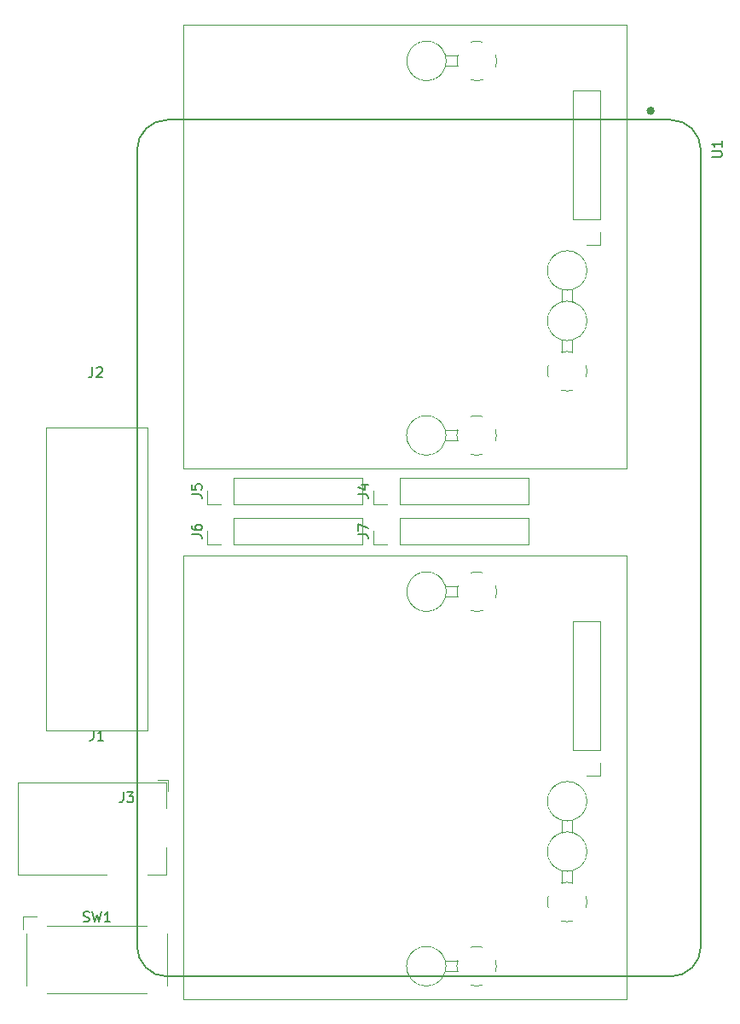
<source format=gbr>
%TF.GenerationSoftware,KiCad,Pcbnew,8.0.6-8.0.6-0~ubuntu24.04.1*%
%TF.CreationDate,2024-11-30T08:39:12+01:00*%
%TF.ProjectId,Rover,526f7665-722e-46b6-9963-61645f706362,rev?*%
%TF.SameCoordinates,Original*%
%TF.FileFunction,Legend,Top*%
%TF.FilePolarity,Positive*%
%FSLAX46Y46*%
G04 Gerber Fmt 4.6, Leading zero omitted, Abs format (unit mm)*
G04 Created by KiCad (PCBNEW 8.0.6-8.0.6-0~ubuntu24.04.1) date 2024-11-30 08:39:12*
%MOMM*%
%LPD*%
G01*
G04 APERTURE LIST*
%ADD10C,0.150000*%
%ADD11C,0.120000*%
%ADD12C,0.100000*%
%ADD13C,0.127000*%
%ADD14C,0.400000*%
G04 APERTURE END LIST*
D10*
X103132088Y-125396563D02*
X103132088Y-126110848D01*
X103132088Y-126110848D02*
X103084469Y-126253705D01*
X103084469Y-126253705D02*
X102989231Y-126348944D01*
X102989231Y-126348944D02*
X102846374Y-126396563D01*
X102846374Y-126396563D02*
X102751136Y-126396563D01*
X103513041Y-125396563D02*
X104132088Y-125396563D01*
X104132088Y-125396563D02*
X103798755Y-125777515D01*
X103798755Y-125777515D02*
X103941612Y-125777515D01*
X103941612Y-125777515D02*
X104036850Y-125825134D01*
X104036850Y-125825134D02*
X104084469Y-125872753D01*
X104084469Y-125872753D02*
X104132088Y-125967991D01*
X104132088Y-125967991D02*
X104132088Y-126206086D01*
X104132088Y-126206086D02*
X104084469Y-126301324D01*
X104084469Y-126301324D02*
X104036850Y-126348944D01*
X104036850Y-126348944D02*
X103941612Y-126396563D01*
X103941612Y-126396563D02*
X103655898Y-126396563D01*
X103655898Y-126396563D02*
X103560660Y-126348944D01*
X103560660Y-126348944D02*
X103513041Y-126301324D01*
X99166667Y-138207200D02*
X99309524Y-138254819D01*
X99309524Y-138254819D02*
X99547619Y-138254819D01*
X99547619Y-138254819D02*
X99642857Y-138207200D01*
X99642857Y-138207200D02*
X99690476Y-138159580D01*
X99690476Y-138159580D02*
X99738095Y-138064342D01*
X99738095Y-138064342D02*
X99738095Y-137969104D01*
X99738095Y-137969104D02*
X99690476Y-137873866D01*
X99690476Y-137873866D02*
X99642857Y-137826247D01*
X99642857Y-137826247D02*
X99547619Y-137778628D01*
X99547619Y-137778628D02*
X99357143Y-137731009D01*
X99357143Y-137731009D02*
X99261905Y-137683390D01*
X99261905Y-137683390D02*
X99214286Y-137635771D01*
X99214286Y-137635771D02*
X99166667Y-137540533D01*
X99166667Y-137540533D02*
X99166667Y-137445295D01*
X99166667Y-137445295D02*
X99214286Y-137350057D01*
X99214286Y-137350057D02*
X99261905Y-137302438D01*
X99261905Y-137302438D02*
X99357143Y-137254819D01*
X99357143Y-137254819D02*
X99595238Y-137254819D01*
X99595238Y-137254819D02*
X99738095Y-137302438D01*
X100071429Y-137254819D02*
X100309524Y-138254819D01*
X100309524Y-138254819D02*
X100500000Y-137540533D01*
X100500000Y-137540533D02*
X100690476Y-138254819D01*
X100690476Y-138254819D02*
X100928572Y-137254819D01*
X101833333Y-138254819D02*
X101261905Y-138254819D01*
X101547619Y-138254819D02*
X101547619Y-137254819D01*
X101547619Y-137254819D02*
X101452381Y-137397676D01*
X101452381Y-137397676D02*
X101357143Y-137492914D01*
X101357143Y-137492914D02*
X101261905Y-137540533D01*
X109924819Y-95833333D02*
X110639104Y-95833333D01*
X110639104Y-95833333D02*
X110781961Y-95880952D01*
X110781961Y-95880952D02*
X110877200Y-95976190D01*
X110877200Y-95976190D02*
X110924819Y-96119047D01*
X110924819Y-96119047D02*
X110924819Y-96214285D01*
X109924819Y-94880952D02*
X109924819Y-95357142D01*
X109924819Y-95357142D02*
X110401009Y-95404761D01*
X110401009Y-95404761D02*
X110353390Y-95357142D01*
X110353390Y-95357142D02*
X110305771Y-95261904D01*
X110305771Y-95261904D02*
X110305771Y-95023809D01*
X110305771Y-95023809D02*
X110353390Y-94928571D01*
X110353390Y-94928571D02*
X110401009Y-94880952D01*
X110401009Y-94880952D02*
X110496247Y-94833333D01*
X110496247Y-94833333D02*
X110734342Y-94833333D01*
X110734342Y-94833333D02*
X110829580Y-94880952D01*
X110829580Y-94880952D02*
X110877200Y-94928571D01*
X110877200Y-94928571D02*
X110924819Y-95023809D01*
X110924819Y-95023809D02*
X110924819Y-95261904D01*
X110924819Y-95261904D02*
X110877200Y-95357142D01*
X110877200Y-95357142D02*
X110829580Y-95404761D01*
X100166666Y-119263075D02*
X100166666Y-119977360D01*
X100166666Y-119977360D02*
X100119047Y-120120217D01*
X100119047Y-120120217D02*
X100023809Y-120215456D01*
X100023809Y-120215456D02*
X99880952Y-120263075D01*
X99880952Y-120263075D02*
X99785714Y-120263075D01*
X101166666Y-120263075D02*
X100595238Y-120263075D01*
X100880952Y-120263075D02*
X100880952Y-119263075D01*
X100880952Y-119263075D02*
X100785714Y-119405932D01*
X100785714Y-119405932D02*
X100690476Y-119501170D01*
X100690476Y-119501170D02*
X100595238Y-119548789D01*
X109924819Y-99833333D02*
X110639104Y-99833333D01*
X110639104Y-99833333D02*
X110781961Y-99880952D01*
X110781961Y-99880952D02*
X110877200Y-99976190D01*
X110877200Y-99976190D02*
X110924819Y-100119047D01*
X110924819Y-100119047D02*
X110924819Y-100214285D01*
X109924819Y-98928571D02*
X109924819Y-99119047D01*
X109924819Y-99119047D02*
X109972438Y-99214285D01*
X109972438Y-99214285D02*
X110020057Y-99261904D01*
X110020057Y-99261904D02*
X110162914Y-99357142D01*
X110162914Y-99357142D02*
X110353390Y-99404761D01*
X110353390Y-99404761D02*
X110734342Y-99404761D01*
X110734342Y-99404761D02*
X110829580Y-99357142D01*
X110829580Y-99357142D02*
X110877200Y-99309523D01*
X110877200Y-99309523D02*
X110924819Y-99214285D01*
X110924819Y-99214285D02*
X110924819Y-99023809D01*
X110924819Y-99023809D02*
X110877200Y-98928571D01*
X110877200Y-98928571D02*
X110829580Y-98880952D01*
X110829580Y-98880952D02*
X110734342Y-98833333D01*
X110734342Y-98833333D02*
X110496247Y-98833333D01*
X110496247Y-98833333D02*
X110401009Y-98880952D01*
X110401009Y-98880952D02*
X110353390Y-98928571D01*
X110353390Y-98928571D02*
X110305771Y-99023809D01*
X110305771Y-99023809D02*
X110305771Y-99214285D01*
X110305771Y-99214285D02*
X110353390Y-99309523D01*
X110353390Y-99309523D02*
X110401009Y-99357142D01*
X110401009Y-99357142D02*
X110496247Y-99404761D01*
X126464819Y-95833333D02*
X127179104Y-95833333D01*
X127179104Y-95833333D02*
X127321961Y-95880952D01*
X127321961Y-95880952D02*
X127417200Y-95976190D01*
X127417200Y-95976190D02*
X127464819Y-96119047D01*
X127464819Y-96119047D02*
X127464819Y-96214285D01*
X126798152Y-94928571D02*
X127464819Y-94928571D01*
X126417200Y-95166666D02*
X127131485Y-95404761D01*
X127131485Y-95404761D02*
X127131485Y-94785714D01*
X126464819Y-99833333D02*
X127179104Y-99833333D01*
X127179104Y-99833333D02*
X127321961Y-99880952D01*
X127321961Y-99880952D02*
X127417200Y-99976190D01*
X127417200Y-99976190D02*
X127464819Y-100119047D01*
X127464819Y-100119047D02*
X127464819Y-100214285D01*
X126464819Y-99452380D02*
X126464819Y-98785714D01*
X126464819Y-98785714D02*
X127464819Y-99214285D01*
X161589819Y-62376904D02*
X162399342Y-62376904D01*
X162399342Y-62376904D02*
X162494580Y-62329285D01*
X162494580Y-62329285D02*
X162542200Y-62281666D01*
X162542200Y-62281666D02*
X162589819Y-62186428D01*
X162589819Y-62186428D02*
X162589819Y-61995952D01*
X162589819Y-61995952D02*
X162542200Y-61900714D01*
X162542200Y-61900714D02*
X162494580Y-61853095D01*
X162494580Y-61853095D02*
X162399342Y-61805476D01*
X162399342Y-61805476D02*
X161589819Y-61805476D01*
X162589819Y-60805476D02*
X162589819Y-61376904D01*
X162589819Y-61091190D02*
X161589819Y-61091190D01*
X161589819Y-61091190D02*
X161732676Y-61186428D01*
X161732676Y-61186428D02*
X161827914Y-61281666D01*
X161827914Y-61281666D02*
X161875533Y-61376904D01*
X100066666Y-83234819D02*
X100066666Y-83949104D01*
X100066666Y-83949104D02*
X100019047Y-84091961D01*
X100019047Y-84091961D02*
X99923809Y-84187200D01*
X99923809Y-84187200D02*
X99780952Y-84234819D01*
X99780952Y-84234819D02*
X99685714Y-84234819D01*
X100495238Y-83330057D02*
X100542857Y-83282438D01*
X100542857Y-83282438D02*
X100638095Y-83234819D01*
X100638095Y-83234819D02*
X100876190Y-83234819D01*
X100876190Y-83234819D02*
X100971428Y-83282438D01*
X100971428Y-83282438D02*
X101019047Y-83330057D01*
X101019047Y-83330057D02*
X101066666Y-83425295D01*
X101066666Y-83425295D02*
X101066666Y-83520533D01*
X101066666Y-83520533D02*
X101019047Y-83663390D01*
X101019047Y-83663390D02*
X100447619Y-84234819D01*
X100447619Y-84234819D02*
X101066666Y-84234819D01*
D11*
%TO.C,J3*%
X107600000Y-125250000D02*
X107600000Y-124200000D01*
X107400000Y-133600000D02*
X105500000Y-133600000D01*
X107400000Y-130900000D02*
X107400000Y-133600000D01*
X107400000Y-124400000D02*
X107400000Y-127000000D01*
X106550000Y-124200000D02*
X107600000Y-124200000D01*
X101500000Y-133600000D02*
X92700000Y-133600000D01*
X92700000Y-133600000D02*
X92700000Y-124400000D01*
X92700000Y-124400000D02*
X107400000Y-124400000D01*
%TO.C,SW1*%
X93200000Y-137700000D02*
X94500000Y-137700000D01*
X93200000Y-139000000D02*
X93200000Y-137700000D01*
X93500000Y-144600000D02*
X93500000Y-139400000D01*
X95550000Y-138650000D02*
X105450000Y-138650000D01*
X105450000Y-145350000D02*
X95550000Y-145350000D01*
X107500000Y-139400000D02*
X107500000Y-144600000D01*
%TO.C,U3*%
X131734656Y-143907029D02*
X131734656Y-143907029D01*
X131762156Y-106748000D02*
X131762156Y-106748000D01*
X134707656Y-141411029D02*
X134707656Y-141411029D01*
X134735156Y-104252000D02*
X134735156Y-104252000D01*
X136341656Y-142159029D02*
X135056656Y-142159029D01*
X136341656Y-143159029D02*
X135056656Y-143159029D01*
X136369156Y-105000000D02*
X135084156Y-105000000D01*
X136369156Y-106000000D02*
X135084156Y-106000000D01*
X145966578Y-124802381D02*
X145966578Y-124802381D01*
X145966578Y-129802381D02*
X145966578Y-129802381D01*
X146714578Y-129453381D02*
X146714578Y-128124381D01*
X146714578Y-134409381D02*
X146714578Y-133124381D01*
X147714578Y-129453381D02*
X147714578Y-128124381D01*
X147714578Y-134409381D02*
X147714578Y-133124381D01*
X147794578Y-121197381D02*
X147794578Y-108437381D01*
X148462578Y-127775381D02*
X148462578Y-127775381D01*
X148462578Y-132775381D02*
X148462578Y-132775381D01*
X150454578Y-108437381D02*
X147794578Y-108437381D01*
X150454578Y-121197381D02*
X147794578Y-121197381D01*
X150454578Y-121197381D02*
X150454578Y-108437381D01*
X150454578Y-122467381D02*
X150454578Y-123797381D01*
X150454578Y-123797381D02*
X149124578Y-123797381D01*
D12*
X109124578Y-145927381D02*
X153124578Y-145927381D01*
X153124578Y-101927381D01*
X109124578Y-101927381D01*
X109124578Y-145927381D01*
D11*
X131655554Y-141479401D02*
G75*
G02*
X131741656Y-141373029I1568627J-1181680D01*
G01*
X131655719Y-143839113D02*
G75*
G02*
X131655656Y-141479029I1565937J1180084D01*
G01*
X131683054Y-104320372D02*
G75*
G02*
X131769155Y-104213999I1570424J-1183109D01*
G01*
X131683219Y-106680084D02*
G75*
G02*
X131683138Y-104319986I1565759J1180103D01*
G01*
X131741783Y-143945393D02*
G75*
G02*
X131655656Y-143839029I1479407J1285985D01*
G01*
X131741949Y-141373101D02*
G75*
G02*
X131859656Y-141249029I1479882J-1286093D01*
G01*
X131769283Y-106786364D02*
G75*
G02*
X131683156Y-106680000I1479395J1285983D01*
G01*
X131769449Y-104214072D02*
G75*
G02*
X131887157Y-104090001I1478829J-1285109D01*
G01*
X131859370Y-144069126D02*
G75*
G02*
X131741656Y-143945029I1362110J1409927D01*
G01*
X131859526Y-141248378D02*
G75*
G02*
X131987656Y-141135029I1364138J-1412931D01*
G01*
X131886870Y-106910097D02*
G75*
G02*
X131769156Y-106786000I1362108J1409916D01*
G01*
X131887026Y-104089349D02*
G75*
G02*
X132015155Y-103975999I1362652J-1411232D01*
G01*
X131987728Y-144182370D02*
G75*
G02*
X131859656Y-144069029I1234068J1523490D01*
G01*
X131988199Y-141135735D02*
G75*
G02*
X132125656Y-141034029I1231582J-1520758D01*
G01*
X132015228Y-107023341D02*
G75*
G02*
X131887156Y-106910000I1234050J1523460D01*
G01*
X132015699Y-103976706D02*
G75*
G02*
X132153157Y-103875001I1231579J-1520775D01*
G01*
X132125177Y-144284780D02*
G75*
G02*
X131987656Y-144183029I1098014J1627823D01*
G01*
X132152677Y-107125751D02*
G75*
G02*
X132015158Y-107023997I1095801J1624770D01*
G01*
X132153294Y-141014886D02*
G75*
G02*
X132300656Y-140928029I1068356J-1644142D01*
G01*
X132180794Y-103855857D02*
G75*
G02*
X132328156Y-103768999I1067884J-1643324D01*
G01*
X132301004Y-144389855D02*
G75*
G02*
X132153656Y-144303029I919796J1729380D01*
G01*
X132328504Y-107230826D02*
G75*
G02*
X132181156Y-107144000I919774J1729345D01*
G01*
X132392361Y-140881979D02*
G75*
G02*
X132582656Y-140805029I829428J-1777378D01*
G01*
X132419861Y-103722950D02*
G75*
G02*
X132610157Y-103646004I828517J-1775231D01*
G01*
X132582944Y-144512949D02*
G75*
G02*
X132392656Y-144436029I638838J1854216D01*
G01*
X132610444Y-107353920D02*
G75*
G02*
X132420155Y-107277002I639434J1855739D01*
G01*
X132714371Y-140765814D02*
G75*
G02*
X133221656Y-140699029I507286J-1893228D01*
G01*
X132741871Y-103606785D02*
G75*
G02*
X133249156Y-103539990I507307J-1893096D01*
G01*
X133221169Y-144619973D02*
G75*
G02*
X132713656Y-144553029I491J1960959D01*
G01*
X133221177Y-140698344D02*
G75*
G02*
X133728656Y-140765029I471J-1960737D01*
G01*
X133248669Y-107460944D02*
G75*
G02*
X132741156Y-107393999I509J1961063D01*
G01*
X133248677Y-103539315D02*
G75*
G02*
X133756158Y-103605992I501J-1960766D01*
G01*
X133727975Y-144552502D02*
G75*
G02*
X133220656Y-144619029I-506324J1893493D01*
G01*
X133755475Y-107393473D02*
G75*
G02*
X133248156Y-107459990I-506297J1893592D01*
G01*
X133859373Y-140805214D02*
G75*
G02*
X134049656Y-140882029I-637708J-1853792D01*
G01*
X133886873Y-103646185D02*
G75*
G02*
X134077154Y-103723004I-637995J-1854396D01*
G01*
X134048962Y-144436288D02*
G75*
G02*
X133858656Y-144513029I-827325J1777304D01*
G01*
X134076462Y-107277259D02*
G75*
G02*
X133886156Y-107354001I-827684J1778178D01*
G01*
X134141312Y-140928290D02*
G75*
G02*
X134288656Y-141015029I-919025J-1729669D01*
G01*
X134168812Y-103769261D02*
G75*
G02*
X134316154Y-103856002I-919034J-1729620D01*
G01*
X134288026Y-144303346D02*
G75*
G02*
X134140656Y-144390029I-1065976J1643655D01*
G01*
X134315526Y-107144317D02*
G75*
G02*
X134168155Y-107230999I-1065948J1643636D01*
G01*
X134317139Y-141033365D02*
G75*
G02*
X134454656Y-141135029I-1095517J-1625703D01*
G01*
X134344639Y-103874336D02*
G75*
G02*
X134482155Y-103976002I-1095061J-1625045D01*
G01*
X134454204Y-144183406D02*
G75*
G02*
X134316656Y-144285029I-1232519J1524332D01*
G01*
X134454587Y-141135776D02*
G75*
G02*
X134582656Y-141249029I-1232832J-1523152D01*
G01*
X134481704Y-107024377D02*
G75*
G02*
X134344157Y-107126002I-1232526J1524296D01*
G01*
X134482087Y-103976747D02*
G75*
G02*
X134610156Y-104090000I-1232809J-1523134D01*
G01*
X134582789Y-144069767D02*
G75*
G02*
X134454656Y-144183029I-1361185J1410796D01*
G01*
X134582946Y-141249019D02*
G75*
G02*
X134700656Y-141373029I-1361383J-1410092D01*
G01*
X134610289Y-106910738D02*
G75*
G02*
X134482156Y-107024000I-1359211J1408557D01*
G01*
X134610446Y-104089990D02*
G75*
G02*
X134728157Y-104213999I-1361368J-1410091D01*
G01*
X134700454Y-143946041D02*
G75*
G02*
X134582656Y-144070029I-1477132J1285435D01*
G01*
X134700531Y-141372735D02*
G75*
G02*
X134786656Y-141479029I-1478777J-1286222D01*
G01*
X134727954Y-106787012D02*
G75*
G02*
X134610156Y-106911000I-1476076J1284431D01*
G01*
X134728031Y-104213706D02*
G75*
G02*
X134814155Y-104320001I-1478753J-1286175D01*
G01*
X134786830Y-143839724D02*
G75*
G02*
X134700656Y-143946029I-1564626J1180252D01*
G01*
X134787317Y-141479907D02*
G75*
G02*
X134786656Y-143839029I-1565661J-1179122D01*
G01*
X134814330Y-106680695D02*
G75*
G02*
X134728156Y-106787000I-1562852J1178814D01*
G01*
X134814817Y-104320878D02*
G75*
G02*
X134814137Y-106679986I-1565839J-1179103D01*
G01*
X136346234Y-143231648D02*
G75*
G02*
X136346656Y-142085029I1875415J572619D01*
G01*
X136373734Y-106072619D02*
G75*
G02*
X136374146Y-104925997I1875244J572638D01*
G01*
X137648607Y-140784672D02*
G75*
G02*
X138221656Y-140699029I573049J-1874350D01*
G01*
X137676107Y-103625643D02*
G75*
G02*
X138249156Y-103539997I573071J-1874438D01*
G01*
X138188156Y-140698422D02*
G75*
G02*
X138795656Y-140784029I33498J-1960614D01*
G01*
X138215656Y-103539393D02*
G75*
G02*
X138823157Y-103624998I33522J-1960488D01*
G01*
X138794275Y-144534451D02*
G75*
G02*
X137647656Y-144534029I-572619J1875415D01*
G01*
X138821775Y-107375422D02*
G75*
G02*
X137675156Y-107374999I-572617J1875461D01*
G01*
X140097078Y-142086410D02*
G75*
G02*
X140096656Y-143233029I-1875415J-572619D01*
G01*
X140124578Y-104927381D02*
G75*
G02*
X140124145Y-106073997I-1875600J-572600D01*
G01*
X145253634Y-126288894D02*
G75*
G02*
X145320578Y-125781381I1960959J-491D01*
G01*
X145253634Y-131288894D02*
G75*
G02*
X145320578Y-130781381I1960959J-491D01*
G01*
X145321105Y-126795700D02*
G75*
G02*
X145254578Y-126288381I1893493J506324D01*
G01*
X145321105Y-131795700D02*
G75*
G02*
X145254578Y-131288381I1893493J506324D01*
G01*
X145339156Y-136862000D02*
G75*
G02*
X145339578Y-135715381I1875415J572619D01*
G01*
X145360658Y-125650669D02*
G75*
G02*
X145437578Y-125460381I1854216J-638838D01*
G01*
X145360658Y-130650669D02*
G75*
G02*
X145437578Y-130460381I1854216J-638838D01*
G01*
X145437319Y-127116687D02*
G75*
G02*
X145360578Y-126926381I1777304J827325D01*
G01*
X145437319Y-132116687D02*
G75*
G02*
X145360578Y-131926381I1777304J827325D01*
G01*
X145483752Y-125368729D02*
G75*
G02*
X145570578Y-125221381I1729380J-919796D01*
G01*
X145483752Y-130368729D02*
G75*
G02*
X145570578Y-130221381I1729380J-919796D01*
G01*
X145570261Y-127355751D02*
G75*
G02*
X145483578Y-127208381I1643655J1065976D01*
G01*
X145570261Y-132355751D02*
G75*
G02*
X145483578Y-132208381I1643655J1065976D01*
G01*
X145588827Y-125192902D02*
G75*
G02*
X145690578Y-125055381I1627823J-1098014D01*
G01*
X145588827Y-130192902D02*
G75*
G02*
X145690578Y-130055381I1627823J-1098014D01*
G01*
X145690201Y-127521929D02*
G75*
G02*
X145588578Y-127384381I1524332J1232519D01*
G01*
X145690201Y-132521929D02*
G75*
G02*
X145588578Y-132384381I1524332J1232519D01*
G01*
X145691237Y-125055453D02*
G75*
G02*
X145804578Y-124927381I1523490J-1234068D01*
G01*
X145691237Y-130055453D02*
G75*
G02*
X145804578Y-129927381I1523490J-1234068D01*
G01*
X145803840Y-127650514D02*
G75*
G02*
X145690578Y-127522381I1410796J1361185D01*
G01*
X145803840Y-132650514D02*
G75*
G02*
X145690578Y-132522381I1410796J1361185D01*
G01*
X145804481Y-124927095D02*
G75*
G02*
X145928578Y-124809381I1409927J-1362110D01*
G01*
X145804481Y-129927095D02*
G75*
G02*
X145928578Y-129809381I1409927J-1362110D01*
G01*
X145927566Y-127768179D02*
G75*
G02*
X145803578Y-127650381I1285435J1477132D01*
G01*
X145927566Y-132768179D02*
G75*
G02*
X145803578Y-132650381I1285435J1477132D01*
G01*
X145928214Y-124809508D02*
G75*
G02*
X146034578Y-124723381I1285985J-1479407D01*
G01*
X145928214Y-129809508D02*
G75*
G02*
X146034578Y-129723381I1285985J-1479407D01*
G01*
X146033883Y-127854555D02*
G75*
G02*
X145927578Y-127768381I1180252J1564626D01*
G01*
X146033883Y-132854555D02*
G75*
G02*
X145927578Y-132768381I1180252J1564626D01*
G01*
X146034494Y-124723444D02*
G75*
G02*
X148394578Y-124723381I1180084J-1565937D01*
G01*
X146034494Y-129723444D02*
G75*
G02*
X148394578Y-129723381I1180084J-1565937D01*
G01*
X146641959Y-134413959D02*
G75*
G02*
X147788578Y-134414381I572619J-1875415D01*
G01*
X147787197Y-138164803D02*
G75*
G02*
X146640578Y-138164381I-572619J1875415D01*
G01*
X148393700Y-127855042D02*
G75*
G02*
X146034578Y-127854381I-1179122J1565661D01*
G01*
X148393700Y-132855042D02*
G75*
G02*
X146034578Y-132854381I-1179122J1565661D01*
G01*
X148394206Y-124723279D02*
G75*
G02*
X148500578Y-124809381I-1181680J-1568627D01*
G01*
X148394206Y-129723279D02*
G75*
G02*
X148500578Y-129809381I-1181680J-1568627D01*
G01*
X148500506Y-124809674D02*
G75*
G02*
X148624578Y-124927381I-1286093J-1479882D01*
G01*
X148500506Y-129809674D02*
G75*
G02*
X148624578Y-129927381I-1286093J-1479882D01*
G01*
X148500872Y-127768256D02*
G75*
G02*
X148394578Y-127854381I-1286222J1478777D01*
G01*
X148500872Y-132768256D02*
G75*
G02*
X148394578Y-132854381I-1286222J1478777D01*
G01*
X148624588Y-127650671D02*
G75*
G02*
X148500578Y-127768381I-1410092J1361383D01*
G01*
X148624588Y-132650671D02*
G75*
G02*
X148500578Y-132768381I-1410092J1361383D01*
G01*
X148625229Y-124927251D02*
G75*
G02*
X148738578Y-125055381I-1412931J-1364138D01*
G01*
X148625229Y-129927251D02*
G75*
G02*
X148738578Y-130055381I-1412931J-1364138D01*
G01*
X148737831Y-127522312D02*
G75*
G02*
X148624578Y-127650381I-1523152J1232832D01*
G01*
X148737831Y-132522312D02*
G75*
G02*
X148624578Y-132650381I-1523152J1232832D01*
G01*
X148737872Y-125055924D02*
G75*
G02*
X148839578Y-125193381I-1520758J-1231582D01*
G01*
X148737872Y-130055924D02*
G75*
G02*
X148839578Y-130193381I-1520758J-1231582D01*
G01*
X148840242Y-127384864D02*
G75*
G02*
X148738578Y-127522381I-1625703J1095517D01*
G01*
X148840242Y-132384864D02*
G75*
G02*
X148738578Y-132522381I-1625703J1095517D01*
G01*
X148858721Y-125221019D02*
G75*
G02*
X148945578Y-125368381I-1644142J-1068356D01*
G01*
X148858721Y-130221019D02*
G75*
G02*
X148945578Y-130368381I-1644142J-1068356D01*
G01*
X148945317Y-127209037D02*
G75*
G02*
X148858578Y-127356381I-1729669J919025D01*
G01*
X148945317Y-132209037D02*
G75*
G02*
X148858578Y-132356381I-1729669J919025D01*
G01*
X148991628Y-125460086D02*
G75*
G02*
X149068578Y-125650381I-1777378J-829428D01*
G01*
X148991628Y-130460086D02*
G75*
G02*
X149068578Y-130650381I-1777378J-829428D01*
G01*
X149068393Y-126927098D02*
G75*
G02*
X148991578Y-127117381I-1853792J637708D01*
G01*
X149068393Y-131927098D02*
G75*
G02*
X148991578Y-132117381I-1853792J637708D01*
G01*
X149088935Y-135716332D02*
G75*
G02*
X149174578Y-136289381I-1874350J-573049D01*
G01*
X149107793Y-125782096D02*
G75*
G02*
X149174578Y-126289381I-1893228J-507286D01*
G01*
X149107793Y-130782096D02*
G75*
G02*
X149174578Y-131289381I-1893228J-507286D01*
G01*
X149175185Y-136255881D02*
G75*
G02*
X149089578Y-136863381I-1960614J-33498D01*
G01*
X149175263Y-126288902D02*
G75*
G02*
X149108578Y-126796381I-1960737J-471D01*
G01*
X149175263Y-131288902D02*
G75*
G02*
X149108578Y-131796381I-1960737J-471D01*
G01*
%TO.C,J5*%
X111470000Y-96830000D02*
X111470000Y-95500000D01*
X112800000Y-96830000D02*
X111470000Y-96830000D01*
X114070000Y-94170000D02*
X126830000Y-94170000D01*
X114070000Y-96830000D02*
X114070000Y-94170000D01*
X114070000Y-96830000D02*
X126830000Y-96830000D01*
X126830000Y-96830000D02*
X126830000Y-94170000D01*
%TO.C,J6*%
X111470000Y-100830000D02*
X111470000Y-99500000D01*
X112800000Y-100830000D02*
X111470000Y-100830000D01*
X114070000Y-98170000D02*
X126830000Y-98170000D01*
X114070000Y-100830000D02*
X114070000Y-98170000D01*
X114070000Y-100830000D02*
X126830000Y-100830000D01*
X126830000Y-100830000D02*
X126830000Y-98170000D01*
%TO.C,J4*%
X128010000Y-96830000D02*
X128010000Y-95500000D01*
X129340000Y-96830000D02*
X128010000Y-96830000D01*
X130610000Y-94170000D02*
X143370000Y-94170000D01*
X130610000Y-96830000D02*
X130610000Y-94170000D01*
X130610000Y-96830000D02*
X143370000Y-96830000D01*
X143370000Y-96830000D02*
X143370000Y-94170000D01*
%TO.C,J7*%
X128010000Y-100830000D02*
X128010000Y-99500000D01*
X129340000Y-100830000D02*
X128010000Y-100830000D01*
X130610000Y-98170000D02*
X143370000Y-98170000D01*
X130610000Y-100830000D02*
X130610000Y-98170000D01*
X130610000Y-100830000D02*
X143370000Y-100830000D01*
X143370000Y-100830000D02*
X143370000Y-98170000D01*
%TO.C,U2*%
X131734656Y-91248000D02*
X131734656Y-91248000D01*
X131762156Y-54088971D02*
X131762156Y-54088971D01*
X134707656Y-88752000D02*
X134707656Y-88752000D01*
X134735156Y-51592971D02*
X134735156Y-51592971D01*
X136341656Y-89500000D02*
X135056656Y-89500000D01*
X136341656Y-90500000D02*
X135056656Y-90500000D01*
X136369156Y-52340971D02*
X135084156Y-52340971D01*
X136369156Y-53340971D02*
X135084156Y-53340971D01*
X145966578Y-72143352D02*
X145966578Y-72143352D01*
X145966578Y-77143352D02*
X145966578Y-77143352D01*
X146714578Y-76794352D02*
X146714578Y-75465352D01*
X146714578Y-81750352D02*
X146714578Y-80465352D01*
X147714578Y-76794352D02*
X147714578Y-75465352D01*
X147714578Y-81750352D02*
X147714578Y-80465352D01*
X147794578Y-68538352D02*
X147794578Y-55778352D01*
X148462578Y-75116352D02*
X148462578Y-75116352D01*
X148462578Y-80116352D02*
X148462578Y-80116352D01*
X150454578Y-55778352D02*
X147794578Y-55778352D01*
X150454578Y-68538352D02*
X147794578Y-68538352D01*
X150454578Y-68538352D02*
X150454578Y-55778352D01*
X150454578Y-69808352D02*
X150454578Y-71138352D01*
X150454578Y-71138352D02*
X149124578Y-71138352D01*
D12*
X109124578Y-93268352D02*
X153124578Y-93268352D01*
X153124578Y-49268352D01*
X109124578Y-49268352D01*
X109124578Y-93268352D01*
D11*
X131655554Y-88820372D02*
G75*
G02*
X131741656Y-88714000I1568627J-1181680D01*
G01*
X131655719Y-91180084D02*
G75*
G02*
X131655656Y-88820000I1565937J1180084D01*
G01*
X131683054Y-51661343D02*
G75*
G02*
X131769155Y-51554970I1570424J-1183109D01*
G01*
X131683219Y-54021055D02*
G75*
G02*
X131683138Y-51660957I1565759J1180103D01*
G01*
X131741783Y-91286364D02*
G75*
G02*
X131655656Y-91180000I1479407J1285985D01*
G01*
X131741949Y-88714072D02*
G75*
G02*
X131859656Y-88590000I1479882J-1286093D01*
G01*
X131769283Y-54127335D02*
G75*
G02*
X131683156Y-54020971I1479395J1285983D01*
G01*
X131769449Y-51555043D02*
G75*
G02*
X131887157Y-51430972I1478829J-1285109D01*
G01*
X131859370Y-91410097D02*
G75*
G02*
X131741656Y-91286000I1362110J1409927D01*
G01*
X131859526Y-88589349D02*
G75*
G02*
X131987656Y-88476000I1364138J-1412931D01*
G01*
X131886870Y-54251068D02*
G75*
G02*
X131769156Y-54126971I1362108J1409916D01*
G01*
X131887026Y-51430320D02*
G75*
G02*
X132015155Y-51316970I1362652J-1411232D01*
G01*
X131987728Y-91523341D02*
G75*
G02*
X131859656Y-91410000I1234068J1523490D01*
G01*
X131988199Y-88476706D02*
G75*
G02*
X132125656Y-88375000I1231582J-1520758D01*
G01*
X132015228Y-54364312D02*
G75*
G02*
X131887156Y-54250971I1234050J1523460D01*
G01*
X132015699Y-51317677D02*
G75*
G02*
X132153157Y-51215972I1231579J-1520775D01*
G01*
X132125177Y-91625751D02*
G75*
G02*
X131987656Y-91524000I1098014J1627823D01*
G01*
X132152677Y-54466722D02*
G75*
G02*
X132015158Y-54364968I1095801J1624770D01*
G01*
X132153294Y-88355857D02*
G75*
G02*
X132300656Y-88269000I1068356J-1644142D01*
G01*
X132180794Y-51196828D02*
G75*
G02*
X132328156Y-51109970I1067884J-1643324D01*
G01*
X132301004Y-91730826D02*
G75*
G02*
X132153656Y-91644000I919796J1729380D01*
G01*
X132328504Y-54571797D02*
G75*
G02*
X132181156Y-54484971I919774J1729345D01*
G01*
X132392361Y-88222950D02*
G75*
G02*
X132582656Y-88146000I829428J-1777378D01*
G01*
X132419861Y-51063921D02*
G75*
G02*
X132610157Y-50986975I828517J-1775231D01*
G01*
X132582944Y-91853920D02*
G75*
G02*
X132392656Y-91777000I638838J1854216D01*
G01*
X132610444Y-54694891D02*
G75*
G02*
X132420155Y-54617973I639434J1855739D01*
G01*
X132714371Y-88106785D02*
G75*
G02*
X133221656Y-88040000I507286J-1893228D01*
G01*
X132741871Y-50947756D02*
G75*
G02*
X133249156Y-50880961I507307J-1893096D01*
G01*
X133221169Y-91960944D02*
G75*
G02*
X132713656Y-91894000I491J1960959D01*
G01*
X133221177Y-88039315D02*
G75*
G02*
X133728656Y-88106000I471J-1960737D01*
G01*
X133248669Y-54801915D02*
G75*
G02*
X132741156Y-54734970I509J1961063D01*
G01*
X133248677Y-50880286D02*
G75*
G02*
X133756158Y-50946963I501J-1960766D01*
G01*
X133727975Y-91893473D02*
G75*
G02*
X133220656Y-91960000I-506324J1893493D01*
G01*
X133755475Y-54734444D02*
G75*
G02*
X133248156Y-54800961I-506297J1893592D01*
G01*
X133859373Y-88146185D02*
G75*
G02*
X134049656Y-88223000I-637708J-1853792D01*
G01*
X133886873Y-50987156D02*
G75*
G02*
X134077154Y-51063975I-637995J-1854396D01*
G01*
X134048962Y-91777259D02*
G75*
G02*
X133858656Y-91854000I-827325J1777304D01*
G01*
X134076462Y-54618230D02*
G75*
G02*
X133886156Y-54694972I-827684J1778178D01*
G01*
X134141312Y-88269261D02*
G75*
G02*
X134288656Y-88356000I-919025J-1729669D01*
G01*
X134168812Y-51110232D02*
G75*
G02*
X134316154Y-51196973I-919034J-1729620D01*
G01*
X134288026Y-91644317D02*
G75*
G02*
X134140656Y-91731000I-1065976J1643655D01*
G01*
X134315526Y-54485288D02*
G75*
G02*
X134168155Y-54571970I-1065948J1643636D01*
G01*
X134317139Y-88374336D02*
G75*
G02*
X134454656Y-88476000I-1095517J-1625703D01*
G01*
X134344639Y-51215307D02*
G75*
G02*
X134482155Y-51316973I-1095061J-1625045D01*
G01*
X134454204Y-91524377D02*
G75*
G02*
X134316656Y-91626000I-1232519J1524332D01*
G01*
X134454587Y-88476747D02*
G75*
G02*
X134582656Y-88590000I-1232832J-1523152D01*
G01*
X134481704Y-54365348D02*
G75*
G02*
X134344157Y-54466973I-1232526J1524296D01*
G01*
X134482087Y-51317718D02*
G75*
G02*
X134610156Y-51430971I-1232809J-1523134D01*
G01*
X134582789Y-91410738D02*
G75*
G02*
X134454656Y-91524000I-1361185J1410796D01*
G01*
X134582946Y-88589990D02*
G75*
G02*
X134700656Y-88714000I-1361383J-1410092D01*
G01*
X134610289Y-54251709D02*
G75*
G02*
X134482156Y-54364971I-1359211J1408557D01*
G01*
X134610446Y-51430961D02*
G75*
G02*
X134728157Y-51554970I-1361368J-1410091D01*
G01*
X134700454Y-91287012D02*
G75*
G02*
X134582656Y-91411000I-1477132J1285435D01*
G01*
X134700531Y-88713706D02*
G75*
G02*
X134786656Y-88820000I-1478777J-1286222D01*
G01*
X134727954Y-54127983D02*
G75*
G02*
X134610156Y-54251971I-1476076J1284431D01*
G01*
X134728031Y-51554677D02*
G75*
G02*
X134814155Y-51660972I-1478753J-1286175D01*
G01*
X134786830Y-91180695D02*
G75*
G02*
X134700656Y-91287000I-1564626J1180252D01*
G01*
X134787317Y-88820878D02*
G75*
G02*
X134786656Y-91180000I-1565661J-1179122D01*
G01*
X134814330Y-54021666D02*
G75*
G02*
X134728156Y-54127971I-1562852J1178814D01*
G01*
X134814817Y-51661849D02*
G75*
G02*
X134814137Y-54020957I-1565839J-1179103D01*
G01*
X136346234Y-90572619D02*
G75*
G02*
X136346656Y-89426000I1875415J572619D01*
G01*
X136373734Y-53413590D02*
G75*
G02*
X136374146Y-52266968I1875244J572638D01*
G01*
X137648607Y-88125643D02*
G75*
G02*
X138221656Y-88040000I573049J-1874350D01*
G01*
X137676107Y-50966614D02*
G75*
G02*
X138249156Y-50880968I573071J-1874438D01*
G01*
X138188156Y-88039393D02*
G75*
G02*
X138795656Y-88125000I33498J-1960614D01*
G01*
X138215656Y-50880364D02*
G75*
G02*
X138823157Y-50965969I33522J-1960488D01*
G01*
X138794275Y-91875422D02*
G75*
G02*
X137647656Y-91875000I-572619J1875415D01*
G01*
X138821775Y-54716393D02*
G75*
G02*
X137675156Y-54715970I-572617J1875461D01*
G01*
X140097078Y-89427381D02*
G75*
G02*
X140096656Y-90574000I-1875415J-572619D01*
G01*
X140124578Y-52268352D02*
G75*
G02*
X140124145Y-53414968I-1875600J-572600D01*
G01*
X145253634Y-73629865D02*
G75*
G02*
X145320578Y-73122352I1960959J-491D01*
G01*
X145253634Y-78629865D02*
G75*
G02*
X145320578Y-78122352I1960959J-491D01*
G01*
X145321105Y-74136671D02*
G75*
G02*
X145254578Y-73629352I1893493J506324D01*
G01*
X145321105Y-79136671D02*
G75*
G02*
X145254578Y-78629352I1893493J506324D01*
G01*
X145339156Y-84202971D02*
G75*
G02*
X145339578Y-83056352I1875415J572619D01*
G01*
X145360658Y-72991640D02*
G75*
G02*
X145437578Y-72801352I1854216J-638838D01*
G01*
X145360658Y-77991640D02*
G75*
G02*
X145437578Y-77801352I1854216J-638838D01*
G01*
X145437319Y-74457658D02*
G75*
G02*
X145360578Y-74267352I1777304J827325D01*
G01*
X145437319Y-79457658D02*
G75*
G02*
X145360578Y-79267352I1777304J827325D01*
G01*
X145483752Y-72709700D02*
G75*
G02*
X145570578Y-72562352I1729380J-919796D01*
G01*
X145483752Y-77709700D02*
G75*
G02*
X145570578Y-77562352I1729380J-919796D01*
G01*
X145570261Y-74696722D02*
G75*
G02*
X145483578Y-74549352I1643655J1065976D01*
G01*
X145570261Y-79696722D02*
G75*
G02*
X145483578Y-79549352I1643655J1065976D01*
G01*
X145588827Y-72533873D02*
G75*
G02*
X145690578Y-72396352I1627823J-1098014D01*
G01*
X145588827Y-77533873D02*
G75*
G02*
X145690578Y-77396352I1627823J-1098014D01*
G01*
X145690201Y-74862900D02*
G75*
G02*
X145588578Y-74725352I1524332J1232519D01*
G01*
X145690201Y-79862900D02*
G75*
G02*
X145588578Y-79725352I1524332J1232519D01*
G01*
X145691237Y-72396424D02*
G75*
G02*
X145804578Y-72268352I1523490J-1234068D01*
G01*
X145691237Y-77396424D02*
G75*
G02*
X145804578Y-77268352I1523490J-1234068D01*
G01*
X145803840Y-74991485D02*
G75*
G02*
X145690578Y-74863352I1410796J1361185D01*
G01*
X145803840Y-79991485D02*
G75*
G02*
X145690578Y-79863352I1410796J1361185D01*
G01*
X145804481Y-72268066D02*
G75*
G02*
X145928578Y-72150352I1409927J-1362110D01*
G01*
X145804481Y-77268066D02*
G75*
G02*
X145928578Y-77150352I1409927J-1362110D01*
G01*
X145927566Y-75109150D02*
G75*
G02*
X145803578Y-74991352I1285435J1477132D01*
G01*
X145927566Y-80109150D02*
G75*
G02*
X145803578Y-79991352I1285435J1477132D01*
G01*
X145928214Y-72150479D02*
G75*
G02*
X146034578Y-72064352I1285985J-1479407D01*
G01*
X145928214Y-77150479D02*
G75*
G02*
X146034578Y-77064352I1285985J-1479407D01*
G01*
X146033883Y-75195526D02*
G75*
G02*
X145927578Y-75109352I1180252J1564626D01*
G01*
X146033883Y-80195526D02*
G75*
G02*
X145927578Y-80109352I1180252J1564626D01*
G01*
X146034494Y-72064415D02*
G75*
G02*
X148394578Y-72064352I1180084J-1565937D01*
G01*
X146034494Y-77064415D02*
G75*
G02*
X148394578Y-77064352I1180084J-1565937D01*
G01*
X146641959Y-81754930D02*
G75*
G02*
X147788578Y-81755352I572619J-1875415D01*
G01*
X147787197Y-85505774D02*
G75*
G02*
X146640578Y-85505352I-572619J1875415D01*
G01*
X148393700Y-75196013D02*
G75*
G02*
X146034578Y-75195352I-1179122J1565661D01*
G01*
X148393700Y-80196013D02*
G75*
G02*
X146034578Y-80195352I-1179122J1565661D01*
G01*
X148394206Y-72064250D02*
G75*
G02*
X148500578Y-72150352I-1181680J-1568627D01*
G01*
X148394206Y-77064250D02*
G75*
G02*
X148500578Y-77150352I-1181680J-1568627D01*
G01*
X148500506Y-72150645D02*
G75*
G02*
X148624578Y-72268352I-1286093J-1479882D01*
G01*
X148500506Y-77150645D02*
G75*
G02*
X148624578Y-77268352I-1286093J-1479882D01*
G01*
X148500872Y-75109227D02*
G75*
G02*
X148394578Y-75195352I-1286222J1478777D01*
G01*
X148500872Y-80109227D02*
G75*
G02*
X148394578Y-80195352I-1286222J1478777D01*
G01*
X148624588Y-74991642D02*
G75*
G02*
X148500578Y-75109352I-1410092J1361383D01*
G01*
X148624588Y-79991642D02*
G75*
G02*
X148500578Y-80109352I-1410092J1361383D01*
G01*
X148625229Y-72268222D02*
G75*
G02*
X148738578Y-72396352I-1412931J-1364138D01*
G01*
X148625229Y-77268222D02*
G75*
G02*
X148738578Y-77396352I-1412931J-1364138D01*
G01*
X148737831Y-74863283D02*
G75*
G02*
X148624578Y-74991352I-1523152J1232832D01*
G01*
X148737831Y-79863283D02*
G75*
G02*
X148624578Y-79991352I-1523152J1232832D01*
G01*
X148737872Y-72396895D02*
G75*
G02*
X148839578Y-72534352I-1520758J-1231582D01*
G01*
X148737872Y-77396895D02*
G75*
G02*
X148839578Y-77534352I-1520758J-1231582D01*
G01*
X148840242Y-74725835D02*
G75*
G02*
X148738578Y-74863352I-1625703J1095517D01*
G01*
X148840242Y-79725835D02*
G75*
G02*
X148738578Y-79863352I-1625703J1095517D01*
G01*
X148858721Y-72561990D02*
G75*
G02*
X148945578Y-72709352I-1644142J-1068356D01*
G01*
X148858721Y-77561990D02*
G75*
G02*
X148945578Y-77709352I-1644142J-1068356D01*
G01*
X148945317Y-74550008D02*
G75*
G02*
X148858578Y-74697352I-1729669J919025D01*
G01*
X148945317Y-79550008D02*
G75*
G02*
X148858578Y-79697352I-1729669J919025D01*
G01*
X148991628Y-72801057D02*
G75*
G02*
X149068578Y-72991352I-1777378J-829428D01*
G01*
X148991628Y-77801057D02*
G75*
G02*
X149068578Y-77991352I-1777378J-829428D01*
G01*
X149068393Y-74268069D02*
G75*
G02*
X148991578Y-74458352I-1853792J637708D01*
G01*
X149068393Y-79268069D02*
G75*
G02*
X148991578Y-79458352I-1853792J637708D01*
G01*
X149088935Y-83057303D02*
G75*
G02*
X149174578Y-83630352I-1874350J-573049D01*
G01*
X149107793Y-73123067D02*
G75*
G02*
X149174578Y-73630352I-1893228J-507286D01*
G01*
X149107793Y-78123067D02*
G75*
G02*
X149174578Y-78630352I-1893228J-507286D01*
G01*
X149175185Y-83596852D02*
G75*
G02*
X149089578Y-84204352I-1960614J-33498D01*
G01*
X149175263Y-73629873D02*
G75*
G02*
X149108578Y-74137352I-1960737J-471D01*
G01*
X149175263Y-78629873D02*
G75*
G02*
X149108578Y-79137352I-1960737J-471D01*
G01*
D13*
%TO.C,U1*%
X104500000Y-61690000D02*
X104500000Y-140690000D01*
X107500000Y-143690000D02*
X157500000Y-143690000D01*
X157500000Y-58690000D02*
X107500000Y-58690000D01*
X160500000Y-140690000D02*
X160500000Y-61690000D01*
X104500000Y-61690000D02*
G75*
G02*
X107500000Y-58690000I3000001J-1D01*
G01*
X107500000Y-143690000D02*
G75*
G02*
X104500000Y-140690000I0J3000000D01*
G01*
X157500000Y-58690000D02*
G75*
G02*
X160500000Y-61690000I-1J-3000001D01*
G01*
X160500000Y-140690000D02*
G75*
G02*
X157500000Y-143690000I-3000000J0D01*
G01*
D14*
X155700000Y-57790000D02*
G75*
G02*
X155300000Y-57790000I-200000J0D01*
G01*
X155300000Y-57790000D02*
G75*
G02*
X155700000Y-57790000I200000J0D01*
G01*
%TO.C,REF\u002A\u002A*%
D12*
X95500000Y-119250000D02*
X105500000Y-119250000D01*
X105500000Y-89250000D01*
X95500000Y-89250000D01*
X95500000Y-119250000D01*
%TD*%
M02*

</source>
